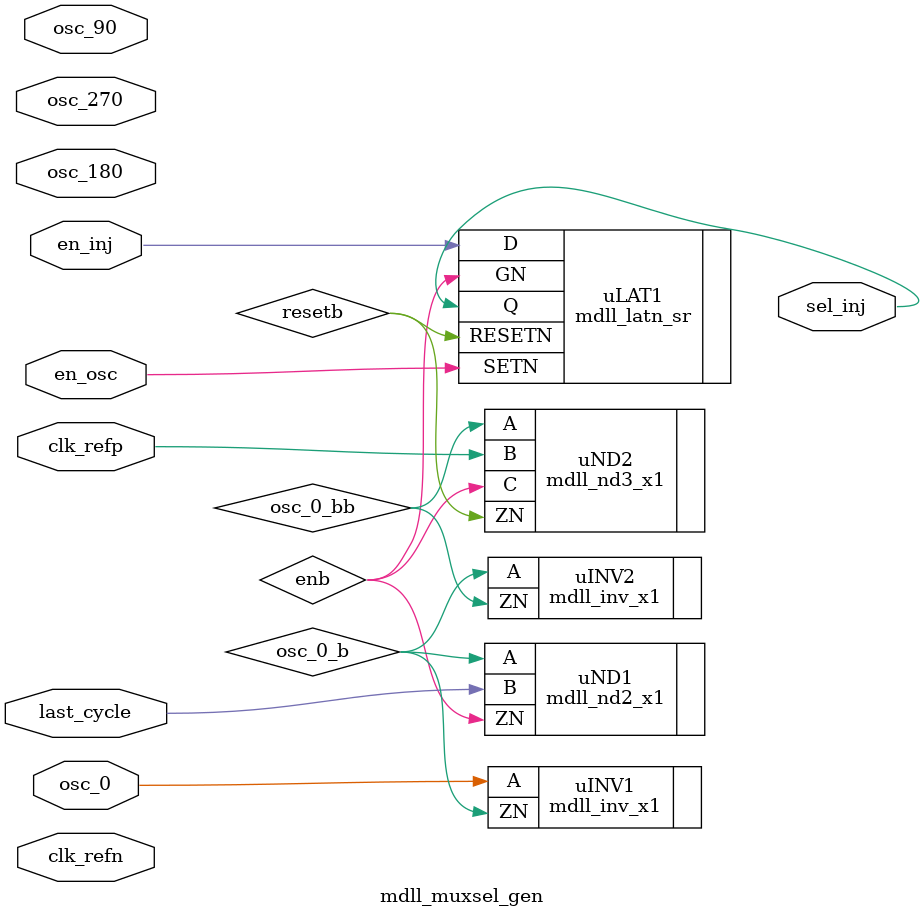
<source format=sv>
/****************************************************************

Copyright (c) #YEAR# #LICENSOR#. All rights reserved.

The information and source code contained herein is the 
property of #LICENSOR#, and may not be disclosed or
reproduced in whole or in part without explicit written 
authorization from #LICENSOR#.

* Filename   : mdll_muxsel_gen.sv
* Author     : Byongchan Lim (bclim@alumni.stanford.edu)
* Description:
  - Generates a MUX select signal of the injection oscillator.

* Note       :
  -

* Todo       :

* Fixme      :
  -

* Revision   :
  - 00/00/00: Initial commit

****************************************************************/


module mdll_muxsel_gen #(
// parameters here
) (
// I/Os here
    input clk_refp,
    input clk_refn,
    input osc_0,      // injection osc. 0 degree (before mux)
    input osc_90,     // for load balancing
    input osc_180,    // for load balancing
    input osc_270,    // for load balancing
    input en_osc,
	input en_inj,		// enable injection; active high
	input last_cycle,	// flag indicating feedback divider in its last cycle of the input clock
	output reg sel_inj	// mux select; 1: reference clock; 0: oscillator clock
);

//synopsys translate_off
timeunit 1fs;
timeprecision 1fs;
//synopsys translate_on

//---------------------
// VARIABLES, WIRES
//---------------------

wire osc_0_b;
wire osc_0_bb;
wire enb;
wire resetb;
wire tiehigh;

//---------------------
// INSTANTIATION
//---------------------

mdll_tieh uTIEH ( .HI(tiehigh) );

// ignored miller effect
mdll_inv_x1 uDMY1 ( .A(osc_90), .ZN() );
mdll_inv_x1 uDMY2 ( .A(osc_180), .ZN() );
mdll_inv_x1 uDMY3 ( .A(osc_270), .ZN() );

// muxsel logic
mdll_inv_x1 uINV1 ( .A(osc_0), .ZN(osc_0_b) );
mdll_inv_x1 uINV2 ( .A(osc_0_b), .ZN(osc_0_bb) );
mdll_nd2_x1 uND1 ( .A(osc_0_b), .B(last_cycle), .ZN(enb) );
mdll_nd3_x1 uND2 ( .A(osc_0_bb), .B(clk_refp), .C(enb), .ZN(resetb) );
mdll_nd3_x1 uND2_DMY ( .A(tiehigh), .B(clk_refn), .C(tiehigh), .ZN() );
mdll_latn_sr uLAT1 ( .Q(sel_inj), .D(en_inj), .SETN(en_osc), .GN(enb), .RESETN(resetb) );


//---------------------
// COMBINATIONAL
//---------------------


//---------------------
// SEQ
//---------------------


//---------------------
// OTHERS
//---------------------

//synopsys translate_off

//synopsys translate_on


endmodule

</source>
